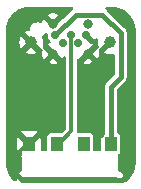
<source format=gbr>
%TF.GenerationSoftware,KiCad,Pcbnew,7.0.1*%
%TF.CreationDate,2023-06-15T11:30:52+02:00*%
%TF.ProjectId,USB-PCB-bridge,5553422d-5043-4422-9d62-72696467652e,rev?*%
%TF.SameCoordinates,Original*%
%TF.FileFunction,Copper,L1,Top*%
%TF.FilePolarity,Positive*%
%FSLAX46Y46*%
G04 Gerber Fmt 4.6, Leading zero omitted, Abs format (unit mm)*
G04 Created by KiCad (PCBNEW 7.0.1) date 2023-06-15 11:30:52*
%MOMM*%
%LPD*%
G01*
G04 APERTURE LIST*
%TA.AperFunction,SMDPad,CuDef*%
%ADD10R,1.000000X1.200000*%
%TD*%
%TA.AperFunction,SMDPad,CuDef*%
%ADD11R,8.000000X0.600000*%
%TD*%
%TA.AperFunction,ComponentPad*%
%ADD12C,1.000000*%
%TD*%
%TA.AperFunction,ComponentPad*%
%ADD13C,0.800000*%
%TD*%
%TA.AperFunction,ComponentPad*%
%ADD14C,0.700000*%
%TD*%
%TA.AperFunction,ViaPad*%
%ADD15C,0.800000*%
%TD*%
%TA.AperFunction,Conductor*%
%ADD16C,0.400000*%
%TD*%
%TA.AperFunction,Conductor*%
%ADD17C,0.300000*%
%TD*%
G04 APERTURE END LIST*
D10*
%TO.P,J2,1,VBUS*%
%TO.N,Net-(J1-VBUS)*%
X111900000Y-117100000D03*
%TO.P,J2,2,D-*%
%TO.N,unconnected-(J2-D--Pad2)*%
X109600000Y-117100000D03*
%TO.P,J2,3,D+*%
%TO.N,Net-(J1-D+)*%
X107300000Y-117100000D03*
%TO.P,J2,4,GND*%
%TO.N,GND*%
X105000000Y-117100000D03*
D11*
%TO.P,J2,5,Shield*%
X108450000Y-120200000D03*
%TD*%
D12*
%TO.P,J1,6,Shield*%
%TO.N,GND*%
X111825000Y-108515000D03*
D13*
X110000000Y-109475000D03*
X110000000Y-106965000D03*
X107000000Y-109475000D03*
X107000000Y-106965000D03*
D12*
X105175000Y-108515000D03*
D14*
%TO.P,J1,5,GND*%
X109800000Y-107900000D03*
%TO.P,J1,4,ID*%
%TO.N,unconnected-(J1-ID-Pad4)*%
X109150000Y-108550000D03*
%TO.P,J1,3,D+*%
%TO.N,Net-(J1-D+)*%
X108500000Y-107900000D03*
%TO.P,J1,2,D-*%
%TO.N,Net-(J1-D-)*%
X107850000Y-108550000D03*
%TO.P,J1,1,VBUS*%
%TO.N,Net-(J1-VBUS)*%
X107200000Y-107900000D03*
%TD*%
D15*
%TO.N,GND*%
X106000000Y-116300000D03*
X110500000Y-110500000D03*
X111000000Y-116300000D03*
X110000000Y-112800000D03*
X106750000Y-112800000D03*
X103700000Y-114800000D03*
X112500000Y-106250000D03*
X113200000Y-114800000D03*
X106500000Y-110500000D03*
X110000000Y-115300000D03*
X113200000Y-112800000D03*
X107000000Y-115300000D03*
X103700000Y-112800000D03*
X104500000Y-106250000D03*
%TD*%
D16*
%TO.N,Net-(J1-VBUS)*%
X112725000Y-107697918D02*
X112725000Y-111475000D01*
X111192082Y-106165000D02*
X112725000Y-107697918D01*
X108935000Y-106165000D02*
X111192082Y-106165000D01*
X107200000Y-107900000D02*
X108935000Y-106165000D01*
X112725000Y-111475000D02*
X111900000Y-112300000D01*
X111900000Y-112300000D02*
X111900000Y-117100000D01*
D17*
%TO.N,Net-(J1-D+)*%
X107500000Y-117100000D02*
X107300000Y-117100000D01*
X108550000Y-116050000D02*
X107500000Y-117100000D01*
X108550000Y-107950000D02*
X108550000Y-116050000D01*
X108500000Y-107900000D02*
X108550000Y-107950000D01*
D16*
%TO.N,GND*%
X108450000Y-120200000D02*
X112850000Y-120200000D01*
X108450000Y-120200000D02*
X104417157Y-120200000D01*
X112850000Y-120200000D02*
X113200000Y-119850000D01*
X103700000Y-119482843D02*
X103700000Y-114800000D01*
X104417157Y-120200000D02*
X103700000Y-119482843D01*
X113200000Y-119850000D02*
X113200000Y-114800000D01*
%TD*%
%TA.AperFunction,Conductor*%
%TO.N,GND*%
G36*
X112004119Y-105500770D02*
G01*
X112083648Y-105505982D01*
X112261461Y-105518699D01*
X112277024Y-105520796D01*
X112388397Y-105542949D01*
X112390394Y-105543364D01*
X112530143Y-105573765D01*
X112543806Y-105577557D01*
X112657737Y-105616232D01*
X112661067Y-105617417D01*
X112788725Y-105665031D01*
X112800384Y-105670065D01*
X112910600Y-105724418D01*
X112915254Y-105726835D01*
X113032421Y-105790812D01*
X113041994Y-105796608D01*
X113145238Y-105865594D01*
X113150724Y-105869477D01*
X113256668Y-105948786D01*
X113264216Y-105954906D01*
X113357936Y-106037097D01*
X113363953Y-106042733D01*
X113457265Y-106136045D01*
X113462901Y-106142062D01*
X113545092Y-106235782D01*
X113551218Y-106243337D01*
X113605338Y-106315633D01*
X113630519Y-106349271D01*
X113634415Y-106354776D01*
X113703382Y-106457993D01*
X113709196Y-106467595D01*
X113773162Y-106584742D01*
X113775580Y-106589398D01*
X113829925Y-106699597D01*
X113834975Y-106711293D01*
X113882253Y-106838051D01*
X113882549Y-106838843D01*
X113883794Y-106842342D01*
X113922434Y-106956170D01*
X113926240Y-106969881D01*
X113956613Y-107109506D01*
X113957071Y-107111708D01*
X113979200Y-107222959D01*
X113981300Y-107238551D01*
X113993993Y-107416021D01*
X113994044Y-107416768D01*
X113999230Y-107495880D01*
X113999500Y-107504122D01*
X113999500Y-118695878D01*
X113999230Y-118704120D01*
X113994044Y-118783230D01*
X113993993Y-118783977D01*
X113981300Y-118961447D01*
X113979200Y-118977039D01*
X113957071Y-119088290D01*
X113956613Y-119090492D01*
X113926240Y-119230117D01*
X113922432Y-119243836D01*
X113883806Y-119357624D01*
X113882549Y-119361155D01*
X113834975Y-119488705D01*
X113829925Y-119500401D01*
X113775580Y-119610600D01*
X113773162Y-119615256D01*
X113709196Y-119732403D01*
X113703373Y-119742021D01*
X113634415Y-119845222D01*
X113630519Y-119850727D01*
X113551230Y-119956646D01*
X113545092Y-119964216D01*
X113462901Y-120057936D01*
X113457265Y-120063953D01*
X113363953Y-120157265D01*
X113357936Y-120162901D01*
X113264216Y-120245092D01*
X113256647Y-120251229D01*
X113159509Y-120323946D01*
X113095231Y-120348576D01*
X113027600Y-120335750D01*
X112976803Y-120289296D01*
X112958000Y-120223078D01*
X112958000Y-119851411D01*
X112951494Y-119790906D01*
X112900445Y-119654037D01*
X112812904Y-119537095D01*
X112695962Y-119449554D01*
X112582468Y-119407223D01*
X112539550Y-119380358D01*
X112510673Y-119338767D01*
X112500500Y-119289167D01*
X112500500Y-118066215D01*
X112509724Y-118018894D01*
X112536044Y-117978501D01*
X112570382Y-117954589D01*
X112652205Y-117872766D01*
X112652205Y-117872765D01*
X112652206Y-117872765D01*
X112697585Y-117769991D01*
X112700500Y-117744865D01*
X112700499Y-116455136D01*
X112700066Y-116451405D01*
X112697585Y-116430009D01*
X112652205Y-116327233D01*
X112572766Y-116247794D01*
X112475606Y-116204894D01*
X112436043Y-116177343D01*
X112409723Y-116136950D01*
X112400500Y-116089630D01*
X112400500Y-112559505D01*
X112410091Y-112511287D01*
X112437404Y-112470410D01*
X112571741Y-112336073D01*
X113031281Y-111876531D01*
X113052256Y-111859631D01*
X113056128Y-111857143D01*
X113088601Y-111819665D01*
X113094717Y-111813096D01*
X113104221Y-111803593D01*
X113112266Y-111792844D01*
X113117907Y-111785845D01*
X113150378Y-111748372D01*
X113152288Y-111744190D01*
X113166038Y-111721015D01*
X113168796Y-111717331D01*
X113186127Y-111670862D01*
X113189566Y-111662561D01*
X113210163Y-111617461D01*
X113210162Y-111617461D01*
X113210165Y-111617457D01*
X113210820Y-111612897D01*
X113217481Y-111586798D01*
X113219091Y-111582483D01*
X113222629Y-111533009D01*
X113223587Y-111524097D01*
X113225500Y-111510799D01*
X113225500Y-111497380D01*
X113225821Y-111488391D01*
X113229359Y-111438927D01*
X113228380Y-111434426D01*
X113225500Y-111407643D01*
X113225500Y-107765273D01*
X113228379Y-107738493D01*
X113228679Y-107737110D01*
X113229358Y-107733991D01*
X113225820Y-107684534D01*
X113225500Y-107675548D01*
X113225500Y-107662118D01*
X113223589Y-107648833D01*
X113222627Y-107639896D01*
X113219091Y-107590435D01*
X113217483Y-107586124D01*
X113210820Y-107560022D01*
X113210165Y-107555461D01*
X113189559Y-107510341D01*
X113186125Y-107502049D01*
X113168796Y-107455590D01*
X113168795Y-107455587D01*
X113166031Y-107451895D01*
X113152289Y-107428732D01*
X113150377Y-107424545D01*
X113117906Y-107387072D01*
X113112260Y-107380065D01*
X113104221Y-107369325D01*
X113103776Y-107368880D01*
X113094722Y-107359826D01*
X113088604Y-107353254D01*
X113056129Y-107315775D01*
X113052248Y-107313281D01*
X113031275Y-107296379D01*
X111593619Y-105858723D01*
X111576717Y-105837749D01*
X111574225Y-105833872D01*
X111573306Y-105833076D01*
X111536743Y-105801394D01*
X111530171Y-105795275D01*
X111520675Y-105785779D01*
X111520674Y-105785778D01*
X111520670Y-105785774D01*
X111509928Y-105777733D01*
X111502926Y-105772091D01*
X111451766Y-105727761D01*
X111452226Y-105727229D01*
X111417051Y-105697617D01*
X111395267Y-105633691D01*
X111409624Y-105567699D01*
X111455997Y-105518600D01*
X111521062Y-105500500D01*
X111995880Y-105500500D01*
X112004119Y-105500770D01*
G37*
%TD.AperFunction*%
%TA.AperFunction,Conductor*%
G36*
X108671086Y-105518599D02*
G01*
X108717458Y-105567697D01*
X108731816Y-105633688D01*
X108710034Y-105697615D01*
X108674853Y-105727232D01*
X108675314Y-105727764D01*
X108624153Y-105772093D01*
X108617156Y-105777731D01*
X108606406Y-105785778D01*
X108596908Y-105795276D01*
X108590333Y-105801398D01*
X108552854Y-105833874D01*
X108550361Y-105837754D01*
X108533463Y-105858721D01*
X107900187Y-106491997D01*
X107851594Y-106522215D01*
X107796575Y-106527634D01*
X107089094Y-107235115D01*
X107032610Y-107267726D01*
X106967388Y-107267726D01*
X106910903Y-107235114D01*
X106203817Y-106528027D01*
X106165930Y-106593650D01*
X106103712Y-106785137D01*
X106070132Y-106838051D01*
X106015214Y-106868242D01*
X105952544Y-106868243D01*
X105941369Y-106865373D01*
X105941368Y-106865373D01*
X105782177Y-106824500D01*
X105659075Y-106824500D01*
X105659072Y-106824500D01*
X105536944Y-106839928D01*
X105497782Y-106855433D01*
X105384129Y-106900432D01*
X105384127Y-106900433D01*
X105384128Y-106900433D01*
X105251162Y-106997037D01*
X105146399Y-107123674D01*
X105076420Y-107272386D01*
X105046323Y-107430161D01*
X105016247Y-107490800D01*
X104959132Y-107527125D01*
X104787388Y-107579223D01*
X104664252Y-107645041D01*
X105175001Y-108155790D01*
X106058540Y-109039330D01*
X106060451Y-109039535D01*
X106112184Y-109076063D01*
X106139613Y-109133145D01*
X106135807Y-109196360D01*
X106106949Y-109285173D01*
X106086998Y-109474999D01*
X106106949Y-109664825D01*
X106165930Y-109846351D01*
X106203817Y-109911971D01*
X106640790Y-109475000D01*
X106640790Y-109474999D01*
X106172807Y-109007016D01*
X106145340Y-108987501D01*
X106118047Y-108931577D01*
X106120847Y-108869411D01*
X106168415Y-108712601D01*
X106187877Y-108515000D01*
X106168415Y-108317396D01*
X106110777Y-108127392D01*
X106106016Y-108118485D01*
X106091147Y-108060736D01*
X106104498Y-108002617D01*
X106143078Y-107957147D01*
X106148837Y-107952963D01*
X106253600Y-107826326D01*
X106287385Y-107754529D01*
X106321075Y-107711096D01*
X106370055Y-107686139D01*
X106425001Y-107684412D01*
X106475452Y-107706244D01*
X106500772Y-107724640D01*
X106542226Y-107776255D01*
X106551793Y-107841761D01*
X106544722Y-107900002D01*
X106563762Y-108056816D01*
X106619779Y-108204522D01*
X106619780Y-108204523D01*
X106709517Y-108334530D01*
X106771931Y-108389823D01*
X106808970Y-108447619D01*
X106810216Y-108516254D01*
X106775298Y-108575355D01*
X106729232Y-108599652D01*
X106729965Y-108601297D01*
X106560816Y-108676605D01*
X107000001Y-109115790D01*
X107796181Y-109911971D01*
X107796182Y-109911971D01*
X107834068Y-109846353D01*
X107853667Y-109786036D01*
X107893184Y-109727888D01*
X107957708Y-109699966D01*
X108027148Y-109710964D01*
X108079885Y-109757458D01*
X108099500Y-109824972D01*
X108099500Y-115811206D01*
X108089909Y-115859424D01*
X108062595Y-115900302D01*
X107800300Y-116162596D01*
X107759423Y-116189909D01*
X107711205Y-116199500D01*
X106755134Y-116199500D01*
X106730009Y-116202414D01*
X106627233Y-116247794D01*
X106547794Y-116327233D01*
X106502415Y-116430007D01*
X106502414Y-116430009D01*
X106502415Y-116430009D01*
X106499954Y-116451228D01*
X106499500Y-116455138D01*
X106499501Y-117573500D01*
X106482620Y-117636500D01*
X106436501Y-117682619D01*
X106373501Y-117699500D01*
X106134000Y-117699500D01*
X106071000Y-117682619D01*
X106024881Y-117636500D01*
X106008000Y-117573500D01*
X106008000Y-116451413D01*
X106007979Y-116451229D01*
X105000001Y-117459210D01*
X104999997Y-117459212D01*
X104796616Y-117662595D01*
X104755738Y-117689909D01*
X104707520Y-117699500D01*
X104425158Y-117699500D01*
X104424952Y-117699459D01*
X104399998Y-117699459D01*
X104399901Y-117699499D01*
X104399696Y-117699584D01*
X104399618Y-117699615D01*
X104399617Y-117699617D01*
X104399459Y-117700000D01*
X104399476Y-117725014D01*
X104399471Y-117725014D01*
X104399500Y-117725158D01*
X104399500Y-118007519D01*
X104389909Y-118055738D01*
X104362595Y-118096615D01*
X104293897Y-118165311D01*
X104317532Y-118174127D01*
X104360450Y-118200992D01*
X104389327Y-118242583D01*
X104399500Y-118292183D01*
X104399500Y-119289167D01*
X104389327Y-119338767D01*
X104360450Y-119380358D01*
X104317532Y-119407223D01*
X104204037Y-119449554D01*
X104087095Y-119537095D01*
X103999554Y-119654037D01*
X103948505Y-119790906D01*
X103942000Y-119851411D01*
X103942000Y-120147852D01*
X103929006Y-120203580D01*
X103892704Y-120247815D01*
X103840581Y-120271431D01*
X103783389Y-120269559D01*
X103732922Y-120242584D01*
X103642062Y-120162902D01*
X103636045Y-120157265D01*
X103542733Y-120063953D01*
X103537097Y-120057936D01*
X103454906Y-119964216D01*
X103448786Y-119956668D01*
X103369477Y-119850724D01*
X103365594Y-119845238D01*
X103296608Y-119741994D01*
X103290812Y-119732421D01*
X103226835Y-119615254D01*
X103224418Y-119610600D01*
X103188169Y-119537095D01*
X103170065Y-119500384D01*
X103165031Y-119488725D01*
X103117417Y-119361067D01*
X103116232Y-119357737D01*
X103077557Y-119243806D01*
X103073765Y-119230143D01*
X103043364Y-119090394D01*
X103042949Y-119088397D01*
X103020796Y-118977024D01*
X103018699Y-118961461D01*
X103005977Y-118783570D01*
X103000770Y-118704119D01*
X103000500Y-118695880D01*
X103000500Y-117748590D01*
X103992000Y-117748590D01*
X103992019Y-117748770D01*
X104640790Y-117100000D01*
X104640790Y-117099999D01*
X103992019Y-116451228D01*
X103992018Y-116451228D01*
X103992000Y-116451405D01*
X103992000Y-117748590D01*
X103000500Y-117748590D01*
X103000500Y-116034687D01*
X104293897Y-116034687D01*
X105000000Y-116740789D01*
X105000001Y-116740789D01*
X105706101Y-116034688D01*
X105706101Y-116034687D01*
X105609093Y-115998505D01*
X105548589Y-115992000D01*
X104451411Y-115992000D01*
X104390904Y-115998505D01*
X104293897Y-116034686D01*
X104293897Y-116034687D01*
X103000500Y-116034687D01*
X103000500Y-110273392D01*
X106560816Y-110273392D01*
X106717867Y-110343316D01*
X106904567Y-110383000D01*
X107095434Y-110383000D01*
X107282132Y-110343316D01*
X107439183Y-110273392D01*
X107000001Y-109834210D01*
X107000000Y-109834210D01*
X106560816Y-110273392D01*
X103000500Y-110273392D01*
X103000500Y-109384956D01*
X104664252Y-109384956D01*
X104787392Y-109450777D01*
X104977396Y-109508415D01*
X105175000Y-109527877D01*
X105372603Y-109508415D01*
X105562607Y-109450777D01*
X105685747Y-109384956D01*
X105175001Y-108874210D01*
X105175000Y-108874210D01*
X104664252Y-109384956D01*
X103000500Y-109384956D01*
X103000500Y-108515000D01*
X104162122Y-108515000D01*
X104181584Y-108712603D01*
X104239222Y-108902607D01*
X104305042Y-109025746D01*
X104815790Y-108515000D01*
X104815790Y-108514999D01*
X104305042Y-108004251D01*
X104305041Y-108004252D01*
X104239223Y-108127390D01*
X104181584Y-108317396D01*
X104162122Y-108515000D01*
X103000500Y-108515000D01*
X103000500Y-107504120D01*
X103000770Y-107495882D01*
X103002763Y-107465470D01*
X103005983Y-107416339D01*
X103018700Y-107238534D01*
X103020795Y-107222979D01*
X103042958Y-107111556D01*
X103043355Y-107109648D01*
X103073767Y-106969847D01*
X103077554Y-106956202D01*
X103116246Y-106842220D01*
X103117402Y-106838974D01*
X103165037Y-106711260D01*
X103170058Y-106699629D01*
X103224440Y-106589355D01*
X103226814Y-106584784D01*
X103290824Y-106467558D01*
X103296595Y-106458025D01*
X103365618Y-106354725D01*
X103369451Y-106349309D01*
X103448805Y-106243305D01*
X103454883Y-106235809D01*
X103515572Y-106166606D01*
X106560815Y-106166606D01*
X106999999Y-106605790D01*
X107000000Y-106605790D01*
X107439183Y-106166606D01*
X107439182Y-106166605D01*
X107282135Y-106096684D01*
X107095433Y-106057000D01*
X106904567Y-106057000D01*
X106717864Y-106096684D01*
X106560816Y-106166605D01*
X106560815Y-106166606D01*
X103515572Y-106166606D01*
X103537110Y-106142047D01*
X103542703Y-106136076D01*
X103636076Y-106042703D01*
X103642047Y-106037110D01*
X103735809Y-105954883D01*
X103743305Y-105948805D01*
X103849309Y-105869451D01*
X103854725Y-105865618D01*
X103958025Y-105796595D01*
X103967558Y-105790824D01*
X104084784Y-105726814D01*
X104089355Y-105724440D01*
X104199629Y-105670058D01*
X104211260Y-105665037D01*
X104338974Y-105617402D01*
X104342220Y-105616246D01*
X104456202Y-105577554D01*
X104469847Y-105573767D01*
X104609648Y-105543355D01*
X104611556Y-105542958D01*
X104722979Y-105520795D01*
X104738534Y-105518700D01*
X104916339Y-105505983D01*
X104991005Y-105501089D01*
X104995882Y-105500770D01*
X105004120Y-105500500D01*
X108606021Y-105500500D01*
X108671086Y-105518599D01*
G37*
%TD.AperFunction*%
%TA.AperFunction,Conductor*%
G36*
X109889094Y-107629885D02*
G01*
X110559578Y-108300369D01*
X110559579Y-108300369D01*
X110588138Y-108250903D01*
X110592702Y-108236857D01*
X110627917Y-108182433D01*
X110685529Y-108152718D01*
X110750290Y-108155579D01*
X110805058Y-108190258D01*
X110835336Y-108247576D01*
X110833112Y-108312361D01*
X110831584Y-108317396D01*
X110812122Y-108515000D01*
X110831584Y-108712603D01*
X110879153Y-108869413D01*
X110881953Y-108931577D01*
X110854662Y-108987501D01*
X110827186Y-109007022D01*
X110359210Y-109475000D01*
X110359210Y-109475001D01*
X110796181Y-109911972D01*
X110796182Y-109911971D01*
X110834068Y-109846353D01*
X110893050Y-109664826D01*
X110913001Y-109474999D01*
X110893050Y-109285175D01*
X110864192Y-109196361D01*
X110860386Y-109133145D01*
X110887814Y-109076064D01*
X110939548Y-109039535D01*
X110941459Y-109039330D01*
X111735905Y-108244885D01*
X111792389Y-108212273D01*
X111857611Y-108212273D01*
X111914095Y-108244885D01*
X112095114Y-108425904D01*
X112127726Y-108482388D01*
X112127726Y-108547610D01*
X112095114Y-108604094D01*
X111314251Y-109384956D01*
X111437392Y-109450777D01*
X111627396Y-109508415D01*
X111825000Y-109527877D01*
X112022601Y-109508415D01*
X112061923Y-109496487D01*
X112120040Y-109492916D01*
X112173558Y-109515856D01*
X112211046Y-109560410D01*
X112224500Y-109617061D01*
X112224500Y-111215495D01*
X112214909Y-111263713D01*
X112187595Y-111304591D01*
X111593718Y-111898466D01*
X111572751Y-111915363D01*
X111568874Y-111917854D01*
X111536398Y-111955333D01*
X111530276Y-111961908D01*
X111520778Y-111971406D01*
X111512731Y-111982156D01*
X111507093Y-111989153D01*
X111474621Y-112026629D01*
X111472706Y-112030822D01*
X111458972Y-112053970D01*
X111456205Y-112057666D01*
X111438875Y-112104128D01*
X111435434Y-112112434D01*
X111414834Y-112157541D01*
X111414178Y-112162108D01*
X111407520Y-112188195D01*
X111405909Y-112192513D01*
X111402370Y-112241981D01*
X111401410Y-112250912D01*
X111399500Y-112264202D01*
X111399500Y-112277620D01*
X111399179Y-112286609D01*
X111395641Y-112336074D01*
X111396620Y-112340574D01*
X111399500Y-112367357D01*
X111399500Y-116089630D01*
X111390277Y-116136950D01*
X111363957Y-116177343D01*
X111324394Y-116204894D01*
X111227233Y-116247794D01*
X111147794Y-116327233D01*
X111102415Y-116430007D01*
X111102414Y-116430009D01*
X111102415Y-116430009D01*
X111099954Y-116451228D01*
X111099500Y-116455138D01*
X111099501Y-117573500D01*
X111082620Y-117636500D01*
X111036501Y-117682619D01*
X110973501Y-117699500D01*
X110526500Y-117699500D01*
X110463500Y-117682619D01*
X110417381Y-117636500D01*
X110400500Y-117573500D01*
X110400499Y-116455134D01*
X110397585Y-116430009D01*
X110352205Y-116327233D01*
X110272766Y-116247794D01*
X110169992Y-116202415D01*
X110164965Y-116201832D01*
X110144865Y-116199500D01*
X110144861Y-116199500D01*
X110144803Y-116199500D01*
X109126499Y-116199500D01*
X109063500Y-116182620D01*
X109017381Y-116136501D01*
X109000500Y-116073501D01*
X109000500Y-116060786D01*
X109000588Y-116056075D01*
X109001388Y-116034686D01*
X109002724Y-115998990D01*
X109002723Y-115998987D01*
X109002956Y-115992763D01*
X109000500Y-115974101D01*
X109000500Y-110273392D01*
X109560816Y-110273392D01*
X109717867Y-110343316D01*
X109904567Y-110383000D01*
X110095434Y-110383000D01*
X110282132Y-110343316D01*
X110439183Y-110273392D01*
X110000001Y-109834210D01*
X110000000Y-109834210D01*
X109560816Y-110273392D01*
X109000500Y-110273392D01*
X109000500Y-110028880D01*
X109020233Y-109961180D01*
X109073251Y-109914685D01*
X109142947Y-109903958D01*
X109203816Y-109911972D01*
X110000000Y-109115790D01*
X110000000Y-109115791D01*
X110000001Y-109115790D01*
X110000000Y-109115790D01*
X110439183Y-108676605D01*
X110338282Y-108631680D01*
X110331607Y-108632918D01*
X110287987Y-108658103D01*
X110222765Y-108658103D01*
X110166281Y-108625491D01*
X109529885Y-107989095D01*
X109497273Y-107932611D01*
X109497273Y-107867389D01*
X109529884Y-107810905D01*
X109710903Y-107629885D01*
X109767388Y-107597273D01*
X109832610Y-107597273D01*
X109889094Y-107629885D01*
G37*
%TD.AperFunction*%
%TD*%
M02*

</source>
